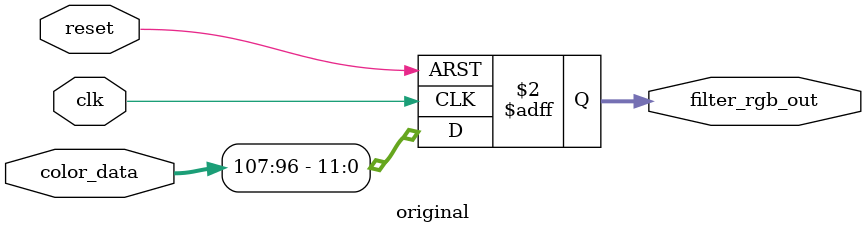
<source format=v>
module original
	(
		input clk,
		input reset,
		input [107:0] color_data,
		output reg [11:0] filter_rgb_out
	);
    
    integer aux_original;
	always @(posedge clk, posedge reset) begin
		if (reset) begin
			filter_rgb_out <= 0;
		end else begin
			filter_rgb_out[11:8] <= color_data[107:104];
			filter_rgb_out[7:4] <= color_data[103:100];
			filter_rgb_out[3:0] <= color_data[99:96];
		end
	end
endmodule


</source>
